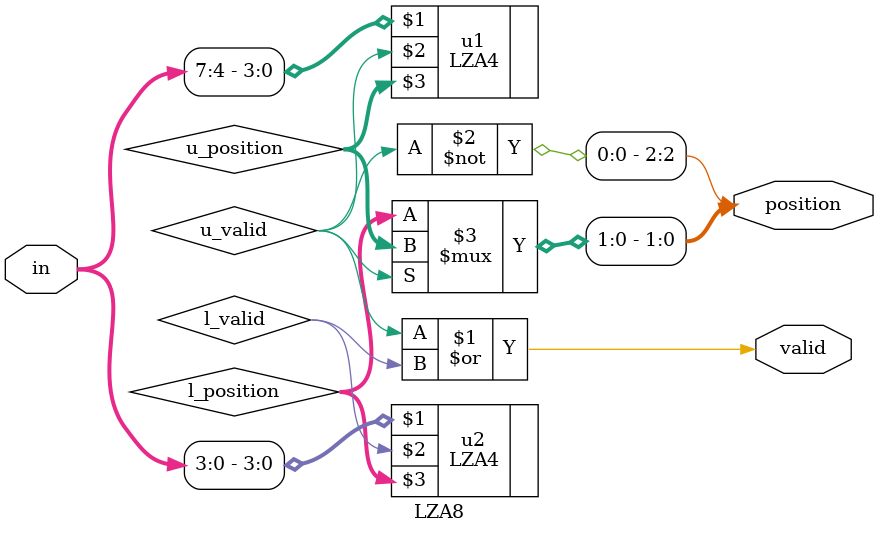
<source format=v>
`timescale 1ns/1ns
module LZA8(
    input [7:0] in,
    output valid,
    output [2:0] position
);
    wire u_valid;
    wire l_valid;
    wire[1:0] u_position;
    wire[1:0] l_position;

    LZA4 u1(in[7:4], u_valid, u_position);
    LZA4 u2(in[3:0], l_valid, l_position);
    
    assign valid = u_valid | l_valid;
    assign position[2] = ~u_valid;
    assign position[1:0] = u_valid ? u_position : l_position;

endmodule
</source>
